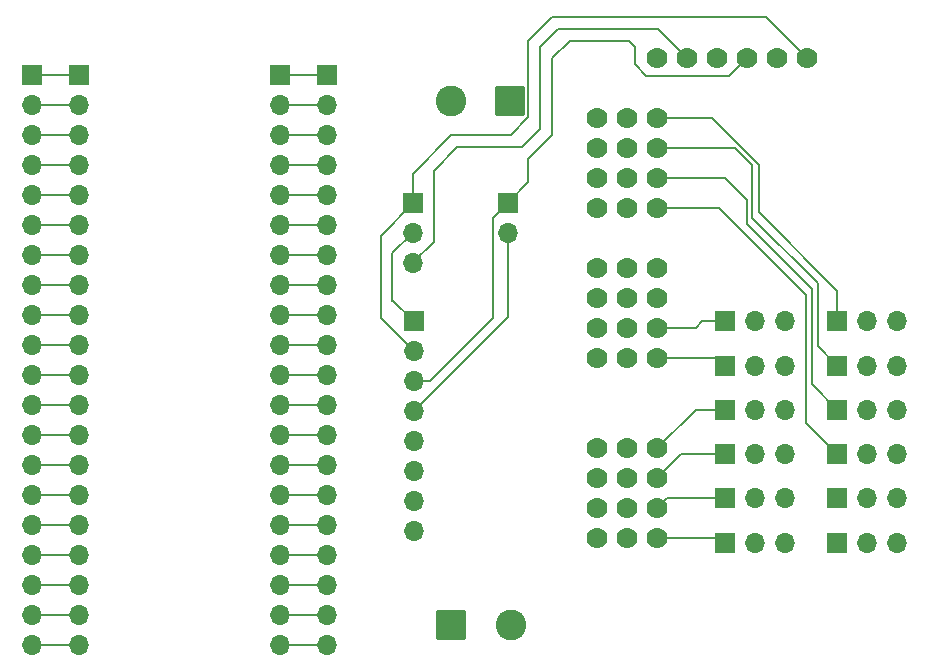
<source format=gbr>
%TF.GenerationSoftware,KiCad,Pcbnew,9.0.0*%
%TF.CreationDate,2025-03-26T16:22:17-04:00*%
%TF.ProjectId,spotmicro17mm,73706f74-6d69-4637-926f-31376d6d2e6b,rev?*%
%TF.SameCoordinates,Original*%
%TF.FileFunction,Copper,L1,Top*%
%TF.FilePolarity,Positive*%
%FSLAX46Y46*%
G04 Gerber Fmt 4.6, Leading zero omitted, Abs format (unit mm)*
G04 Created by KiCad (PCBNEW 9.0.0) date 2025-03-26 16:22:17*
%MOMM*%
%LPD*%
G01*
G04 APERTURE LIST*
G04 Aperture macros list*
%AMRoundRect*
0 Rectangle with rounded corners*
0 $1 Rounding radius*
0 $2 $3 $4 $5 $6 $7 $8 $9 X,Y pos of 4 corners*
0 Add a 4 corners polygon primitive as box body*
4,1,4,$2,$3,$4,$5,$6,$7,$8,$9,$2,$3,0*
0 Add four circle primitives for the rounded corners*
1,1,$1+$1,$2,$3*
1,1,$1+$1,$4,$5*
1,1,$1+$1,$6,$7*
1,1,$1+$1,$8,$9*
0 Add four rect primitives between the rounded corners*
20,1,$1+$1,$2,$3,$4,$5,0*
20,1,$1+$1,$4,$5,$6,$7,0*
20,1,$1+$1,$6,$7,$8,$9,0*
20,1,$1+$1,$8,$9,$2,$3,0*%
G04 Aperture macros list end*
%TA.AperFunction,ComponentPad*%
%ADD10R,1.700000X1.700000*%
%TD*%
%TA.AperFunction,ComponentPad*%
%ADD11O,1.700000X1.700000*%
%TD*%
%TA.AperFunction,ComponentPad*%
%ADD12RoundRect,0.250000X1.050000X1.050000X-1.050000X1.050000X-1.050000X-1.050000X1.050000X-1.050000X0*%
%TD*%
%TA.AperFunction,ComponentPad*%
%ADD13C,2.600000*%
%TD*%
%TA.AperFunction,ComponentPad*%
%ADD14RoundRect,0.250000X-1.050000X-1.050000X1.050000X-1.050000X1.050000X1.050000X-1.050000X1.050000X0*%
%TD*%
%TA.AperFunction,ComponentPad*%
%ADD15C,1.778000*%
%TD*%
%TA.AperFunction,Conductor*%
%ADD16C,0.200000*%
%TD*%
G04 APERTURE END LIST*
D10*
%TO.P,J9,1,Pin_1*%
%TO.N,/PWM-7*%
X146170000Y-88000000D03*
D11*
%TO.P,J9,2,Pin_2*%
%TO.N,/S2-PWR*%
X148710000Y-88000000D03*
%TO.P,J9,3,Pin_3*%
%TO.N,/S2-GND*%
X151250000Y-88000000D03*
%TD*%
D10*
%TO.P,J14,1,Pin_1*%
%TO.N,/ESP-32Pin*%
X91500000Y-63360000D03*
D11*
%TO.P,J14,2,Pin_2*%
X91500000Y-65900000D03*
%TO.P,J14,3,Pin_3*%
X91500000Y-68440000D03*
%TO.P,J14,4,Pin_4*%
X91500000Y-70980000D03*
%TO.P,J14,5,Pin_5*%
X91500000Y-73520000D03*
%TO.P,J14,6,Pin_6*%
X91500000Y-76060000D03*
%TO.P,J14,7,Pin_7*%
X91500000Y-78600000D03*
%TO.P,J14,8,Pin_8*%
X91500000Y-81140000D03*
%TO.P,J14,9,Pin_9*%
X91500000Y-83680000D03*
%TO.P,J14,10,Pin_10*%
X91500000Y-86220000D03*
%TO.P,J14,11,Pin_11*%
X91500000Y-88760000D03*
%TO.P,J14,12,Pin_12*%
X91500000Y-91300000D03*
%TO.P,J14,13,Pin_13*%
X91500000Y-93840000D03*
%TO.P,J14,14,Pin_14*%
X91500000Y-96380000D03*
%TO.P,J14,15,Pin_15*%
X91500000Y-98920000D03*
%TO.P,J14,16,Pin_16*%
X91500000Y-101460000D03*
%TO.P,J14,17,Pin_17*%
X91500000Y-104000000D03*
%TO.P,J14,18,Pin_18*%
X91500000Y-106540000D03*
%TO.P,J14,19,Pin_19*%
X91500000Y-109080000D03*
%TO.P,J14,20,Pin_20*%
X91500000Y-111620000D03*
%TD*%
D10*
%TO.P,J6,1,Pin_1*%
%TO.N,/PWM-4*%
X155670000Y-99250000D03*
D11*
%TO.P,J6,2,Pin_2*%
%TO.N,/S1-PWR*%
X158210000Y-99250000D03*
%TO.P,J6,3,Pin_3*%
%TO.N,/S1-GND*%
X160750000Y-99250000D03*
%TD*%
D10*
%TO.P,J18,1,Pin_1*%
%TO.N,/Global SCL*%
X127750000Y-74250000D03*
D11*
%TO.P,J18,2,Pin_2*%
%TO.N,/Global SDA*%
X127750000Y-76790000D03*
%TD*%
D12*
%TO.P,J21,1,Pin_1*%
%TO.N,/S2-PWR*%
X127993453Y-65577500D03*
D13*
%TO.P,J21,2,Pin_2*%
%TO.N,/S2-GND*%
X122993453Y-65577500D03*
%TD*%
D10*
%TO.P,J4,1,Pin_1*%
%TO.N,/PWM-2*%
X155670000Y-91750000D03*
D11*
%TO.P,J4,2,Pin_2*%
%TO.N,/S1-PWR*%
X158210000Y-91750000D03*
%TO.P,J4,3,Pin_3*%
%TO.N,/S1-GND*%
X160750000Y-91750000D03*
%TD*%
D10*
%TO.P,J17,1,Pin_1*%
%TO.N,/ESP-32Pin*%
X112500000Y-63400000D03*
D11*
%TO.P,J17,2,Pin_2*%
X112500000Y-65940000D03*
%TO.P,J17,3,Pin_3*%
X112500000Y-68480000D03*
%TO.P,J17,4,Pin_4*%
X112500000Y-71020000D03*
%TO.P,J17,5,Pin_5*%
X112500000Y-73560000D03*
%TO.P,J17,6,Pin_6*%
X112500000Y-76100000D03*
%TO.P,J17,7,Pin_7*%
X112500000Y-78640000D03*
%TO.P,J17,8,Pin_8*%
X112500000Y-81180000D03*
%TO.P,J17,9,Pin_9*%
X112500000Y-83720000D03*
%TO.P,J17,10,Pin_10*%
X112500000Y-86260000D03*
%TO.P,J17,11,Pin_11*%
X112500000Y-88800000D03*
%TO.P,J17,12,Pin_12*%
X112500000Y-91340000D03*
%TO.P,J17,13,Pin_13*%
X112500000Y-93880000D03*
%TO.P,J17,14,Pin_14*%
X112500000Y-96420000D03*
%TO.P,J17,15,Pin_15*%
X112500000Y-98960000D03*
%TO.P,J17,16,Pin_16*%
X112500000Y-101500000D03*
%TO.P,J17,17,Pin_17*%
X112500000Y-104040000D03*
%TO.P,J17,18,Pin_18*%
X112500000Y-106580000D03*
%TO.P,J17,19,Pin_19*%
X112500000Y-109120000D03*
%TO.P,J17,20,Pin_20*%
X112500000Y-111660000D03*
%TD*%
D10*
%TO.P,J13,1,Pin_1*%
%TO.N,/PWM-11*%
X146170000Y-103000000D03*
D11*
%TO.P,J13,2,Pin_2*%
%TO.N,/S2-PWR*%
X148710000Y-103000000D03*
%TO.P,J13,3,Pin_3*%
%TO.N,/S2-GND*%
X151250000Y-103000000D03*
%TD*%
D10*
%TO.P,J3,1,Pin_1*%
%TO.N,/PWM-1*%
X155670000Y-88000000D03*
D11*
%TO.P,J3,2,Pin_2*%
%TO.N,/S1-PWR*%
X158210000Y-88000000D03*
%TO.P,J3,3,Pin_3*%
%TO.N,/S1-GND*%
X160750000Y-88000000D03*
%TD*%
D10*
%TO.P,J15,1,Pin_1*%
%TO.N,/ESP-32Pin*%
X108500000Y-63400000D03*
D11*
%TO.P,J15,2,Pin_2*%
X108500000Y-65940000D03*
%TO.P,J15,3,Pin_3*%
X108500000Y-68480000D03*
%TO.P,J15,4,Pin_4*%
X108500000Y-71020000D03*
%TO.P,J15,5,Pin_5*%
X108500000Y-73560000D03*
%TO.P,J15,6,Pin_6*%
X108500000Y-76100000D03*
%TO.P,J15,7,Pin_7*%
X108500000Y-78640000D03*
%TO.P,J15,8,Pin_8*%
X108500000Y-81180000D03*
%TO.P,J15,9,Pin_9*%
X108500000Y-83720000D03*
%TO.P,J15,10,Pin_10*%
X108500000Y-86260000D03*
%TO.P,J15,11,Pin_11*%
X108500000Y-88800000D03*
%TO.P,J15,12,Pin_12*%
X108500000Y-91340000D03*
%TO.P,J15,13,Pin_13*%
X108500000Y-93880000D03*
%TO.P,J15,14,Pin_14*%
X108500000Y-96420000D03*
%TO.P,J15,15,Pin_15*%
X108500000Y-98960000D03*
%TO.P,J15,16,Pin_16*%
X108500000Y-101500000D03*
%TO.P,J15,17,Pin_17*%
X108500000Y-104040000D03*
%TO.P,J15,18,Pin_18*%
X108500000Y-106580000D03*
%TO.P,J15,19,Pin_19*%
X108500000Y-109120000D03*
%TO.P,J15,20,Pin_20*%
X108500000Y-111660000D03*
%TD*%
D10*
%TO.P,J11,1,Pin_1*%
%TO.N,/PWM-9*%
X146170000Y-95500000D03*
D11*
%TO.P,J11,2,Pin_2*%
%TO.N,/S2-PWR*%
X148710000Y-95500000D03*
%TO.P,J11,3,Pin_3*%
%TO.N,/S2-GND*%
X151250000Y-95500000D03*
%TD*%
D14*
%TO.P,J1,1,Pin_1*%
%TO.N,/S1-PWR*%
X123000000Y-110000000D03*
D13*
%TO.P,J1,2,Pin_2*%
%TO.N,/S1-GND*%
X128000000Y-110000000D03*
%TD*%
D10*
%TO.P,J16,1,Pin_1*%
%TO.N,/ESP-32Pin*%
X87500000Y-63360000D03*
D11*
%TO.P,J16,2,Pin_2*%
X87500000Y-65900000D03*
%TO.P,J16,3,Pin_3*%
X87500000Y-68440000D03*
%TO.P,J16,4,Pin_4*%
X87500000Y-70980000D03*
%TO.P,J16,5,Pin_5*%
X87500000Y-73520000D03*
%TO.P,J16,6,Pin_6*%
X87500000Y-76060000D03*
%TO.P,J16,7,Pin_7*%
X87500000Y-78600000D03*
%TO.P,J16,8,Pin_8*%
X87500000Y-81140000D03*
%TO.P,J16,9,Pin_9*%
X87500000Y-83680000D03*
%TO.P,J16,10,Pin_10*%
X87500000Y-86220000D03*
%TO.P,J16,11,Pin_11*%
X87500000Y-88760000D03*
%TO.P,J16,12,Pin_12*%
X87500000Y-91300000D03*
%TO.P,J16,13,Pin_13*%
X87500000Y-93840000D03*
%TO.P,J16,14,Pin_14*%
X87500000Y-96380000D03*
%TO.P,J16,15,Pin_15*%
X87500000Y-98920000D03*
%TO.P,J16,16,Pin_16*%
X87500000Y-101460000D03*
%TO.P,J16,17,Pin_17*%
X87500000Y-104000000D03*
%TO.P,J16,18,Pin_18*%
X87500000Y-106540000D03*
%TO.P,J16,19,Pin_19*%
X87500000Y-109080000D03*
%TO.P,J16,20,Pin_20*%
X87500000Y-111620000D03*
%TD*%
D10*
%TO.P,J8,1,Pin_1*%
%TO.N,/PWM-6*%
X146170000Y-84250000D03*
D11*
%TO.P,J8,2,Pin_2*%
%TO.N,/S2-PWR*%
X148710000Y-84250000D03*
%TO.P,J8,3,Pin_3*%
%TO.N,/S2-GND*%
X151250000Y-84250000D03*
%TD*%
D10*
%TO.P,J5,1,Pin_1*%
%TO.N,/PWM-3*%
X155670000Y-95500000D03*
D11*
%TO.P,J5,2,Pin_2*%
%TO.N,/S1-PWR*%
X158210000Y-95500000D03*
%TO.P,J5,3,Pin_3*%
%TO.N,/S1-GND*%
X160750000Y-95500000D03*
%TD*%
D10*
%TO.P,J10,1,Pin_1*%
%TO.N,/PWM-8*%
X146170000Y-91750000D03*
D11*
%TO.P,J10,2,Pin_2*%
%TO.N,/S2-PWR*%
X148710000Y-91750000D03*
%TO.P,J10,3,Pin_3*%
%TO.N,/S2-GND*%
X151250000Y-91750000D03*
%TD*%
D10*
%TO.P,J20,1,Pin_1*%
%TO.N,/ESP32-3v3*%
X119800000Y-84260000D03*
D11*
%TO.P,J20,2,Pin_2*%
%TO.N,/ESP32-GND*%
X119800000Y-86800000D03*
%TO.P,J20,3,Pin_3*%
%TO.N,/Global SCL*%
X119800000Y-89340000D03*
%TO.P,J20,4,Pin_4*%
%TO.N,/Global SDA*%
X119800000Y-91880000D03*
%TO.P,J20,5,Pin_5*%
%TO.N,unconnected-(J20-Pin_5-Pad5)*%
X119800000Y-94420000D03*
%TO.P,J20,6,Pin_6*%
%TO.N,unconnected-(J20-Pin_6-Pad6)*%
X119800000Y-96960000D03*
%TO.P,J20,7,Pin_7*%
%TO.N,unconnected-(J20-Pin_7-Pad7)*%
X119800000Y-99500000D03*
%TO.P,J20,8,Pin_8*%
%TO.N,unconnected-(J20-Pin_8-Pad8)*%
X119800000Y-102040000D03*
%TD*%
D10*
%TO.P,J12,1,Pin_1*%
%TO.N,/PWM-10*%
X146170000Y-99250000D03*
D11*
%TO.P,J12,2,Pin_2*%
%TO.N,/S2-PWR*%
X148710000Y-99250000D03*
%TO.P,J12,3,Pin_3*%
%TO.N,/S2-GND*%
X151250000Y-99250000D03*
%TD*%
D10*
%TO.P,J19,1,Pin_1*%
%TO.N,/ESP32-GND*%
X119750000Y-74210000D03*
D11*
%TO.P,J19,2,Pin_2*%
%TO.N,/ESP32-3v3*%
X119750000Y-76750000D03*
%TO.P,J19,3,Pin_3*%
%TO.N,/ESP32-5v*%
X119750000Y-79290000D03*
%TD*%
D10*
%TO.P,J7,1,Pin_1*%
%TO.N,/PWM-5*%
X155670000Y-103000000D03*
D11*
%TO.P,J7,2,Pin_2*%
%TO.N,/S1-PWR*%
X158210000Y-103000000D03*
%TO.P,J7,3,Pin_3*%
%TO.N,/S1-GND*%
X160750000Y-103000000D03*
%TD*%
D15*
%TO.P,U2,0,PWM_0*%
%TO.N,/PWM-0*%
X140440000Y-67050000D03*
%TO.P,U2,1,PWM_1*%
%TO.N,/PWM-1*%
X140440000Y-69590000D03*
%TO.P,U2,2,PWM_2*%
%TO.N,/PWM-2*%
X140440000Y-72130000D03*
%TO.P,U2,3,PWM_3*%
%TO.N,/PWM-3*%
X140440000Y-74670000D03*
%TO.P,U2,4,PWM_4*%
%TO.N,/PWM-4*%
X140440000Y-79750000D03*
%TO.P,U2,5,PWM_5*%
%TO.N,/PWM-5*%
X140440000Y-82290000D03*
%TO.P,U2,6,PWM_6*%
%TO.N,/PWM-6*%
X140440000Y-84830000D03*
%TO.P,U2,7,PWM_7*%
%TO.N,/PWM-7*%
X140440000Y-87370000D03*
%TO.P,U2,8,PWM_8*%
%TO.N,/PWM-8*%
X140440000Y-94990000D03*
%TO.P,U2,9,PWM_9*%
%TO.N,/PWM-9*%
X140440000Y-97530000D03*
%TO.P,U2,10,PWM_10*%
%TO.N,/PWM-10*%
X140440000Y-100070000D03*
%TO.P,U2,11,PWM_11*%
%TO.N,/PWM-11*%
X140440000Y-102610000D03*
%TO.P,U2,GND_1,GND*%
%TO.N,/ESP32-GND*%
X153140000Y-61970000D03*
%TO.P,U2,GND_3*%
%TO.N,N/C*%
X135360000Y-67050000D03*
%TO.P,U2,GND_4*%
X135360000Y-69590000D03*
%TO.P,U2,GND_5*%
X135360000Y-72130000D03*
%TO.P,U2,GND_6*%
X135360000Y-74670000D03*
%TO.P,U2,GND_7*%
X135360000Y-79750000D03*
%TO.P,U2,GND_8*%
X135360000Y-82290000D03*
%TO.P,U2,GND_9*%
X135360000Y-84830000D03*
%TO.P,U2,GND_10*%
X135360000Y-87370000D03*
%TO.P,U2,GND_11*%
X135360000Y-94990000D03*
%TO.P,U2,GND_12*%
X135360000Y-97530000D03*
%TO.P,U2,GND_13*%
X135360000Y-100070000D03*
%TO.P,U2,GND_14*%
X135360000Y-102610000D03*
%TO.P,U2,OE_1*%
X150600000Y-61970000D03*
%TO.P,U2,SCL_1,SCL*%
%TO.N,/Global SCL*%
X148060000Y-61970000D03*
%TO.P,U2,SDA_1,SDA*%
%TO.N,/Global SDA*%
X145520000Y-61970000D03*
%TO.P,U2,V+_1,V+*%
%TO.N,unconnected-(U2-V+-PadV+_1)*%
X140440000Y-61970000D03*
%TO.P,U2,V+_3*%
%TO.N,N/C*%
X137900000Y-67050000D03*
%TO.P,U2,V+_4*%
X137900000Y-69590000D03*
%TO.P,U2,V+_5*%
X137900000Y-72130000D03*
%TO.P,U2,V+_6*%
X137900000Y-74670000D03*
%TO.P,U2,V+_7*%
X137900000Y-79750000D03*
%TO.P,U2,V+_8*%
X137900000Y-82290000D03*
%TO.P,U2,V+_9*%
X137900000Y-84830000D03*
%TO.P,U2,V+_10*%
X137900000Y-87370000D03*
%TO.P,U2,V+_11*%
X137900000Y-94990000D03*
%TO.P,U2,V+_12*%
X137900000Y-97530000D03*
%TO.P,U2,V+_13*%
X137900000Y-100070000D03*
%TO.P,U2,V+_14*%
X137900000Y-102610000D03*
%TO.P,U2,VCC_1,VCC*%
%TO.N,/ESP32-5v*%
X142980000Y-61970000D03*
%TD*%
D10*
%TO.P,J2,1,Pin_1*%
%TO.N,/PWM-0*%
X155670000Y-84250000D03*
D11*
%TO.P,J2,2,Pin_2*%
%TO.N,/S1-PWR*%
X158210000Y-84250000D03*
%TO.P,J2,3,Pin_3*%
%TO.N,/S1-GND*%
X160750000Y-84250000D03*
%TD*%
D16*
%TO.N,/PWM-0*%
X149000000Y-71000000D02*
X149000000Y-75000000D01*
X145050000Y-67050000D02*
X149000000Y-71000000D01*
X149000000Y-75000000D02*
X155670000Y-81670000D01*
X140440000Y-67050000D02*
X145050000Y-67050000D01*
X155670000Y-81670000D02*
X155670000Y-84250000D01*
%TO.N,/PWM-1*%
X148467157Y-71032843D02*
X148467157Y-75467157D01*
X148467157Y-75467157D02*
X154000000Y-81000000D01*
X154000000Y-86330000D02*
X155670000Y-88000000D01*
X147024314Y-69590000D02*
X148467157Y-71032843D01*
X154000000Y-81000000D02*
X154000000Y-86330000D01*
X140440000Y-69590000D02*
X147024314Y-69590000D01*
%TO.N,/PWM-2*%
X155670000Y-91750000D02*
X153500000Y-89580000D01*
X153500000Y-89580000D02*
X153500000Y-81500000D01*
X148000000Y-74000000D02*
X146130000Y-72130000D01*
X146130000Y-72130000D02*
X140440000Y-72130000D01*
X148000000Y-76000000D02*
X148000000Y-74000000D01*
X153500000Y-81500000D02*
X148000000Y-76000000D01*
%TO.N,/PWM-3*%
X153000000Y-92830000D02*
X155670000Y-95500000D01*
X145670000Y-74670000D02*
X153000000Y-82000000D01*
X140440000Y-74670000D02*
X145670000Y-74670000D01*
X153000000Y-82000000D02*
X153000000Y-92830000D01*
%TO.N,/PWM-6*%
X143670000Y-84830000D02*
X144250000Y-84250000D01*
X140440000Y-84830000D02*
X143670000Y-84830000D01*
X144250000Y-84250000D02*
X146170000Y-84250000D01*
%TO.N,/PWM-7*%
X145540000Y-87370000D02*
X146170000Y-88000000D01*
X140440000Y-87370000D02*
X145540000Y-87370000D01*
%TO.N,/PWM-8*%
X143680000Y-91750000D02*
X146170000Y-91750000D01*
X140440000Y-94990000D02*
X143680000Y-91750000D01*
%TO.N,/PWM-9*%
X142470000Y-95500000D02*
X146170000Y-95500000D01*
X140440000Y-97530000D02*
X142470000Y-95500000D01*
%TO.N,/PWM-10*%
X140440000Y-100070000D02*
X141260000Y-99250000D01*
X141260000Y-99250000D02*
X146170000Y-99250000D01*
%TO.N,/PWM-11*%
X145780000Y-102610000D02*
X146170000Y-103000000D01*
X140440000Y-102610000D02*
X145780000Y-102610000D01*
%TO.N,/ESP-32Pin*%
X91500000Y-88760000D02*
X87500000Y-88760000D01*
X112500000Y-68480000D02*
X108500000Y-68480000D01*
X91500000Y-98920000D02*
X87500000Y-98920000D01*
X108500000Y-83720000D02*
X112500000Y-83720000D01*
X87500000Y-73520000D02*
X91500000Y-73520000D01*
X112500000Y-101500000D02*
X108500000Y-101500000D01*
X112500000Y-96420000D02*
X108500000Y-96420000D01*
X112500000Y-76100000D02*
X108500000Y-76100000D01*
X91500000Y-65900000D02*
X87500000Y-65900000D01*
X87500000Y-93840000D02*
X91500000Y-93840000D01*
X108500000Y-98960000D02*
X112500000Y-98960000D01*
X87500000Y-101460000D02*
X91500000Y-101460000D01*
X112500000Y-81180000D02*
X108500000Y-81180000D01*
X108500000Y-71020000D02*
X112500000Y-71020000D01*
X112500000Y-104040000D02*
X108500000Y-104040000D01*
X112500000Y-86260000D02*
X108500000Y-86260000D01*
X112500000Y-106580000D02*
X108500000Y-106580000D01*
X108500000Y-93880000D02*
X112500000Y-93880000D01*
X91500000Y-106540000D02*
X87500000Y-106540000D01*
X108500000Y-88800000D02*
X112500000Y-88800000D01*
X112500000Y-91340000D02*
X108500000Y-91340000D01*
X112500000Y-111660000D02*
X108500000Y-111660000D01*
X91500000Y-111620000D02*
X87500000Y-111620000D01*
X91500000Y-91300000D02*
X87500000Y-91300000D01*
X108500000Y-73560000D02*
X112500000Y-73560000D01*
X91500000Y-76060000D02*
X87500000Y-76060000D01*
X108500000Y-109120000D02*
X112500000Y-109120000D01*
X87500000Y-78600000D02*
X91500000Y-78600000D01*
X91500000Y-104000000D02*
X87500000Y-104000000D01*
X87500000Y-63360000D02*
X91500000Y-63360000D01*
X91500000Y-96380000D02*
X87500000Y-96380000D01*
X108500000Y-78640000D02*
X112500000Y-78640000D01*
X91500000Y-70980000D02*
X87500000Y-70980000D01*
X87500000Y-68440000D02*
X91500000Y-68440000D01*
X87500000Y-86220000D02*
X91500000Y-86220000D01*
X87500000Y-109080000D02*
X91500000Y-109080000D01*
X91500000Y-81140000D02*
X87500000Y-81140000D01*
X91500000Y-83680000D02*
X87500000Y-83680000D01*
X108500000Y-65940000D02*
X112500000Y-65940000D01*
X108500000Y-63400000D02*
X112500000Y-63400000D01*
%TO.N,/Global SDA*%
X127750000Y-83930000D02*
X119800000Y-91880000D01*
X127750000Y-76790000D02*
X127750000Y-83930000D01*
%TO.N,/Global SCL*%
X129500000Y-70500000D02*
X131500000Y-68500000D01*
X129500000Y-72500000D02*
X129500000Y-70500000D01*
X146530000Y-63500000D02*
X148060000Y-61970000D01*
X133000000Y-60500000D02*
X138000000Y-60500000D01*
X139500000Y-63500000D02*
X146530000Y-63500000D01*
X138500000Y-61000000D02*
X138500000Y-62500000D01*
X131500000Y-62000000D02*
X133000000Y-60500000D01*
X138000000Y-60500000D02*
X138500000Y-61000000D01*
X127750000Y-74250000D02*
X126500000Y-75500000D01*
X126500000Y-84000000D02*
X121160000Y-89340000D01*
X121160000Y-89340000D02*
X119800000Y-89340000D01*
X131500000Y-68500000D02*
X131500000Y-62000000D01*
X126500000Y-75500000D02*
X126500000Y-84000000D01*
X127750000Y-74250000D02*
X129500000Y-72500000D01*
X138500000Y-62500000D02*
X139500000Y-63500000D01*
%TO.N,/ESP32-5v*%
X129000000Y-69500000D02*
X130500000Y-68000000D01*
X130500000Y-68000000D02*
X130500000Y-61000000D01*
X130500000Y-61000000D02*
X132000000Y-59500000D01*
X119750000Y-79250000D02*
X121500000Y-77500000D01*
X121500000Y-71500000D02*
X123500000Y-69500000D01*
X119750000Y-79290000D02*
X119750000Y-79250000D01*
X123500000Y-69500000D02*
X129000000Y-69500000D01*
X140510000Y-59500000D02*
X142980000Y-61970000D01*
X121500000Y-77500000D02*
X121500000Y-71500000D01*
X132000000Y-59500000D02*
X140510000Y-59500000D01*
%TO.N,/ESP32-GND*%
X119750000Y-71750000D02*
X123000000Y-68500000D01*
X123000000Y-68500000D02*
X128000000Y-68500000D01*
X129500000Y-60500000D02*
X131500000Y-58500000D01*
X119750000Y-74210000D02*
X119750000Y-74250000D01*
X119750000Y-74210000D02*
X119750000Y-71750000D01*
X149670000Y-58500000D02*
X153140000Y-61970000D01*
X119750000Y-74250000D02*
X117000000Y-77000000D01*
X128000000Y-68500000D02*
X129500000Y-67000000D01*
X129500000Y-67000000D02*
X129500000Y-60500000D01*
X117000000Y-77000000D02*
X117000000Y-84000000D01*
X117000000Y-84000000D02*
X119800000Y-86800000D01*
X131500000Y-58500000D02*
X149670000Y-58500000D01*
%TO.N,/ESP32-3v3*%
X118040000Y-82500000D02*
X119800000Y-84260000D01*
X119750000Y-76750000D02*
X118000000Y-78500000D01*
X118000000Y-78500000D02*
X118000000Y-82500000D01*
X118000000Y-82500000D02*
X118040000Y-82500000D01*
%TD*%
M02*

</source>
